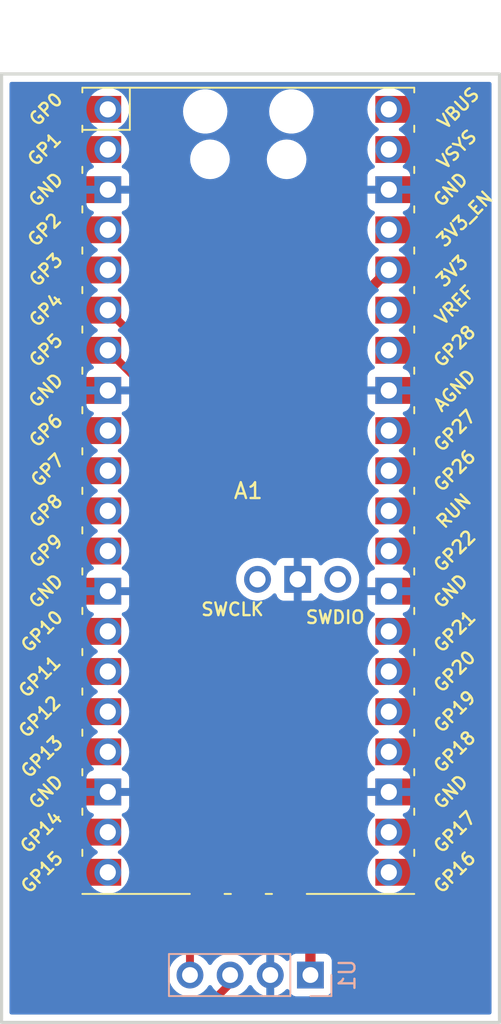
<source format=kicad_pcb>
(kicad_pcb (version 20240108) (generator "pcbnew") (generator_version "8.0")
  (layers (0 "F.Cu" signal) (31 "B.Cu" signal) (34 "B.Paste" user) (35 "F.Paste" user) (36 "B.SilkS" user "B.Silkscreen") (37 "F.SilkS" user "F.Silkscreen") (38 "B.Mask" user) (39 "F.Mask" user) (44 "Edge.Cuts" user))
  (net 0 "")
  (net 1 "GND")
  (net 9 "Net-(A1-3V3)")
  (net 12 "Net-(A1-GPIO4)")
  (net 34 "Net-(A1-GPIO5)")
  (footprint "RPi_Pico:RPi_PicoW_SMD_TH" (layer "F.Cu") (at 70.61 49.87)
    (property "Reference" "A1" (at 0 0 0) (layer "F.SilkS"))
    (property "Value" "SC0918")
    (fp_line (start -10.5 -25.5) (end -10.5 -25.2) (stroke (width 0.12)) (layer "F.SilkS"))
    (fp_line (start -10.5 -25.5) (end 10.5 -25.5) (stroke (width 0.12)) (layer "F.SilkS"))
    (fp_line (start -10.5 -23.1) (end -10.5 -22.7) (stroke (width 0.12)) (layer "F.SilkS"))
    (fp_line (start -10.5 -22.833) (end -7.493 -22.833) (stroke (width 0.12)) (layer "F.SilkS"))
    (fp_line (start -10.5 -20.5) (end -10.5 -20.1) (stroke (width 0.12)) (layer "F.SilkS"))
    (fp_line (start -10.5 -18) (end -10.5 -17.6) (stroke (width 0.12)) (layer "F.SilkS"))
    (fp_line (start -10.5 -15.4) (end -10.5 -15) (stroke (width 0.12)) (layer "F.SilkS"))
    (fp_line (start -10.5 -12.9) (end -10.5 -12.5) (stroke (width 0.12)) (layer "F.SilkS"))
    (fp_line (start -10.5 -10.4) (end -10.5 -10) (stroke (width 0.12)) (layer "F.SilkS"))
    (fp_line (start -10.5 -7.8) (end -10.5 -7.4) (stroke (width 0.12)) (layer "F.SilkS"))
    (fp_line (start -10.5 -5.3) (end -10.5 -4.9) (stroke (width 0.12)) (layer "F.SilkS"))
    (fp_line (start -10.5 -2.7) (end -10.5 -2.3) (stroke (width 0.12)) (layer "F.SilkS"))
    (fp_line (start -10.5 -0.2) (end -10.5 0.2) (stroke (width 0.12)) (layer "F.SilkS"))
    (fp_line (start -10.5 2.3) (end -10.5 2.7) (stroke (width 0.12)) (layer "F.SilkS"))
    (fp_line (start -10.5 4.9) (end -10.5 5.3) (stroke (width 0.12)) (layer "F.SilkS"))
    (fp_line (start -10.5 7.4) (end -10.5 7.8) (stroke (width 0.12)) (layer "F.SilkS"))
    (fp_line (start -10.5 10) (end -10.5 10.4) (stroke (width 0.12)) (layer "F.SilkS"))
    (fp_line (start -10.5 12.5) (end -10.5 12.9) (stroke (width 0.12)) (layer "F.SilkS"))
    (fp_line (start -10.5 15.1) (end -10.5 15.5) (stroke (width 0.12)) (layer "F.SilkS"))
    (fp_line (start -10.5 17.6) (end -10.5 18) (stroke (width 0.12)) (layer "F.SilkS"))
    (fp_line (start -10.5 20.1) (end -10.5 20.5) (stroke (width 0.12)) (layer "F.SilkS"))
    (fp_line (start -10.5 22.7) (end -10.5 23.1) (stroke (width 0.12)) (layer "F.SilkS"))
    (fp_line (start -7.493 -22.833) (end -7.493 -25.5) (stroke (width 0.12)) (layer "F.SilkS"))
    (fp_line (start -3.7 25.5) (end -10.5 25.5) (stroke (width 0.12)) (layer "F.SilkS"))
    (fp_line (start -1.5 25.5) (end -1.1 25.5) (stroke (width 0.12)) (layer "F.SilkS"))
    (fp_line (start 1.1 25.5) (end 1.5 25.5) (stroke (width 0.12)) (layer "F.SilkS"))
    (fp_line (start 10.5 -25.5) (end 10.5 -25.2) (stroke (width 0.12)) (layer "F.SilkS"))
    (fp_line (start 10.5 -23.1) (end 10.5 -22.7) (stroke (width 0.12)) (layer "F.SilkS"))
    (fp_line (start 10.5 -20.5) (end 10.5 -20.1) (stroke (width 0.12)) (layer "F.SilkS"))
    (fp_line (start 10.5 -18) (end 10.5 -17.6) (stroke (width 0.12)) (layer "F.SilkS"))
    (fp_line (start 10.5 -15.4) (end 10.5 -15) (stroke (width 0.12)) (layer "F.SilkS"))
    (fp_line (start 10.5 -12.9) (end 10.5 -12.5) (stroke (width 0.12)) (layer "F.SilkS"))
    (fp_line (start 10.5 -10.4) (end 10.5 -10) (stroke (width 0.12)) (layer "F.SilkS"))
    (fp_line (start 10.5 -7.8) (end 10.5 -7.4) (stroke (width 0.12)) (layer "F.SilkS"))
    (fp_line (start 10.5 -5.3) (end 10.5 -4.9) (stroke (width 0.12)) (layer "F.SilkS"))
    (fp_line (start 10.5 -2.7) (end 10.5 -2.3) (stroke (width 0.12)) (layer "F.SilkS"))
    (fp_line (start 10.5 -0.2) (end 10.5 0.2) (stroke (width 0.12)) (layer "F.SilkS"))
    (fp_line (start 10.5 2.3) (end 10.5 2.7) (stroke (width 0.12)) (layer "F.SilkS"))
    (fp_line (start 10.5 4.9) (end 10.5 5.3) (stroke (width 0.12)) (layer "F.SilkS"))
    (fp_line (start 10.5 7.4) (end 10.5 7.8) (stroke (width 0.12)) (layer "F.SilkS"))
    (fp_line (start 10.5 10) (end 10.5 10.4) (stroke (width 0.12)) (layer "F.SilkS"))
    (fp_line (start 10.5 12.5) (end 10.5 12.9) (stroke (width 0.12)) (layer "F.SilkS"))
    (fp_line (start 10.5 15.1) (end 10.5 15.5) (stroke (width 0.12)) (layer "F.SilkS"))
    (fp_line (start 10.5 17.6) (end 10.5 18) (stroke (width 0.12)) (layer "F.SilkS"))
    (fp_line (start 10.5 20.1) (end 10.5 20.5) (stroke (width 0.12)) (layer "F.SilkS"))
    (fp_line (start 10.5 22.7) (end 10.5 23.1) (stroke (width 0.12)) (layer "F.SilkS"))
    (fp_line (start 10.5 25.5) (end 3.7 25.5) (stroke (width 0.12)) (layer "F.SilkS"))
    (fp_text user "AGND" (at 13.054 -6.35 45) (layer "F.SilkS") (effects (font (size 0.8 0.8))))
    (fp_text user "GP0" (at -12.8 -24.13 45) (layer "F.SilkS") (effects (font (size 0.8 0.8))))
    (fp_text user "GP10" (at -13.054 8.89 45) (layer "F.SilkS") (effects (font (size 0.8 0.8))))
    (fp_text user "GP14" (at -13.1 21.59 45) (layer "F.SilkS") (effects (font (size 0.8 0.8))))
    (fp_text user "GP22" (at 13.054 3.81 45) (layer "F.SilkS") (effects (font (size 0.8 0.8))))
    (fp_text user "VBUS" (at 13.3 -24.2 45) (layer "F.SilkS") (effects (font (size 0.8 0.8))))
    (fp_text user "GND" (at -12.8 -6.35 45) (layer "F.SilkS") (effects (font (size 0.8 0.8))))
    (fp_text user "GP27" (at 13.054 -3.8 45) (layer "F.SilkS") (effects (font (size 0.8 0.8))))
    (fp_text user "GND" (at 12.8 -19.05 45) (layer "F.SilkS") (effects (font (size 0.8 0.8))))
    (fp_text user "GP5" (at -12.8 -8.89 45) (layer "F.SilkS") (effects (font (size 0.8 0.8))))
    (fp_text user "GND" (at -12.8 -19.05 45) (layer "F.SilkS") (effects (font (size 0.8 0.8))))
    (fp_text user "SWDIO" (at 5.5 8 0) (layer "F.SilkS") (effects (font (size 0.8 0.8))))
    (fp_text user "3V3_EN" (at 13.7 -17.2 45) (layer "F.SilkS") (effects (font (size 0.8 0.8))))
    (fp_text user "GP18" (at 13.054 16.51 45) (layer "F.SilkS") (effects (font (size 0.8 0.8))))
    (fp_text user "GP12" (at -13.2 14.2925 45) (layer "F.SilkS") (effects (font (size 0.8 0.8))))
    (fp_text user "GND" (at -12.8 19.05 45) (layer "F.SilkS") (effects (font (size 0.8 0.8))))
    (fp_text user "GP7" (at -12.7 -1.3 45) (layer "F.SilkS") (effects (font (size 0.8 0.8))))
    (fp_text user "GP13" (at -13.054 16.8325 45) (layer "F.SilkS") (effects (font (size 0.8 0.8))))
    (fp_text user "GP2" (at -12.9 -16.51 45) (layer "F.SilkS") (effects (font (size 0.8 0.8))))
    (fp_text user "VREF" (at 13.0675 -11.7425 45) (layer "F.SilkS") (effects (font (size 0.8 0.8))))
    (fp_text user "GP15" (at -13.054 24.13 45) (layer "F.SilkS") (effects (font (size 0.8 0.8))))
    (fp_text user "GP19" (at 13.054 13.97 45) (layer "F.SilkS") (effects (font (size 0.8 0.8))))
    (fp_text user "GP3" (at -12.8 -13.97 45) (layer "F.SilkS") (effects (font (size 0.8 0.8))))
    (fp_text user "SWCLK" (at -1 7.5 0) (layer "F.SilkS") (effects (font (size 0.8 0.8))))
    (fp_text user "GP9" (at -12.8 3.81 45) (layer "F.SilkS") (effects (font (size 0.8 0.8))))
    (fp_text user "GND" (at 12.8 6.35 45) (layer "F.SilkS") (effects (font (size 0.8 0.8))))
    (fp_text user "VSYS" (at 13.2 -21.59 45) (layer "F.SilkS") (effects (font (size 0.8 0.8))))
    (fp_text user "GP20" (at 13.054 11.43 45) (layer "F.SilkS") (effects (font (size 0.8 0.8))))
    (fp_text user "GND" (at -12.8 6.35 45) (layer "F.SilkS") (effects (font (size 0.8 0.8))))
    (fp_text user "GP17" (at 13.054 21.59 45) (layer "F.SilkS") (effects (font (size 0.8 0.8))))
    (fp_text user "GP1" (at -12.9 -21.6 45) (layer "F.SilkS") (effects (font (size 0.8 0.8))))
    (fp_text user "GP11" (at -13.2 11.7525 45) (layer "F.SilkS") (effects (font (size 0.8 0.8))))
    (fp_text user "GND" (at 12.8 19.05 45) (layer "F.SilkS") (effects (font (size 0.8 0.8))))
    (fp_text user "GP28" (at 13.054 -9.144 45) (layer "F.SilkS") (effects (font (size 0.8 0.8))))
    (fp_text user "GP4" (at -12.8 -11.43 45) (layer "F.SilkS") (effects (font (size 0.8 0.8))))
    (fp_text user "GP8" (at -12.8 1.27 45) (layer "F.SilkS") (effects (font (size 0.8 0.8))))
    (fp_text user "GP26" (at 13.054 -1.27 45) (layer "F.SilkS") (effects (font (size 0.8 0.8))))
    (fp_text user "GP21" (at 13.054 8.9 45) (layer "F.SilkS") (effects (font (size 0.8 0.8))))
    (fp_text user "GP16" (at 13.054 24.13 45) (layer "F.SilkS") (effects (font (size 0.8 0.8))))
    (fp_text user "3V3" (at 12.9 -13.9 45) (layer "F.SilkS") (effects (font (size 0.8 0.8))))
    (fp_text user "RUN" (at 13 1.27 45) (layer "F.SilkS") (effects (font (size 0.8 0.8))))
    (fp_text user "GP6" (at -12.8 -3.81 45) (layer "F.SilkS") (effects (font (size 0.8 0.8))))
    (pad "" np_thru_hole oval (at -2.725 -24) (size 1.8 1.8) (drill 1.8) (layers "*.Cu" "*.Mask"))
    (pad "" np_thru_hole oval (at -2.425 -20.97) (size 1.5 1.5) (drill 1.5) (layers "*.Cu" "*.Mask"))
    (pad "" np_thru_hole oval (at 2.425 -20.97) (size 1.5 1.5) (drill 1.5) (layers "*.Cu" "*.Mask"))
    (pad "" np_thru_hole oval (at 2.725 -24) (size 1.8 1.8) (drill 1.8) (layers "*.Cu" "*.Mask"))
    (pad "1" thru_hole oval (at -8.89 -24.13) (size 1.7 1.7) (drill 1.02) (layers "*.Cu" "*.Mask"))
    (pad "1" smd rect (at -8.89 -24.13) (size 3.5 1.7) (drill (offset -0.9 0)) (layers "F.Cu" "F.Mask"))
    (pad "2" thru_hole oval (at -8.89 -21.59) (size 1.7 1.7) (drill 1.02) (layers "*.Cu" "*.Mask"))
    (pad "2" smd rect (at -8.89 -21.59) (size 3.5 1.7) (drill (offset -0.9 0)) (layers "F.Cu" "F.Mask"))
    (pad "3" thru_hole rect (at -8.89 -19.05) (size 1.7 1.7) (drill 1.02) (layers "*.Cu" "*.Mask") (net 1 "GND"))
    (pad "3" smd rect (at -8.89 -19.05) (size 3.5 1.7) (drill (offset -0.9 0)) (layers "F.Cu" "F.Mask") (net 1 "GND"))
    (pad "4" thru_hole oval (at -8.89 -16.51) (size 1.7 1.7) (drill 1.02) (layers "*.Cu" "*.Mask"))
    (pad "4" smd rect (at -8.89 -16.51) (size 3.5 1.7) (drill (offset -0.9 0)) (layers "F.Cu" "F.Mask"))
    (pad "5" thru_hole oval (at -8.89 -13.97) (size 1.7 1.7) (drill 1.02) (layers "*.Cu" "*.Mask"))
    (pad "5" smd rect (at -8.89 -13.97) (size 3.5 1.7) (drill (offset -0.9 0)) (layers "F.Cu" "F.Mask"))
    (pad "6" thru_hole oval (at -8.89 -11.43) (size 1.7 1.7) (drill 1.02) (layers "*.Cu" "*.Mask") (net 12 "Net-(A1-GPIO4)"))
    (pad "6" smd rect (at -8.89 -11.43) (size 3.5 1.7) (drill (offset -0.9 0)) (layers "F.Cu" "F.Mask") (net 12 "Net-(A1-GPIO4)"))
    (pad "7" thru_hole oval (at -8.89 -8.89) (size 1.7 1.7) (drill 1.02) (layers "*.Cu" "*.Mask") (net 34 "Net-(A1-GPIO5)"))
    (pad "7" smd rect (at -8.89 -8.89) (size 3.5 1.7) (drill (offset -0.9 0)) (layers "F.Cu" "F.Mask") (net 34 "Net-(A1-GPIO5)"))
    (pad "8" thru_hole rect (at -8.89 -6.35) (size 1.7 1.7) (drill 1.02) (layers "*.Cu" "*.Mask") (net 1 "GND"))
    (pad "8" smd rect (at -8.89 -6.35) (size 3.5 1.7) (drill (offset -0.9 0)) (layers "F.Cu" "F.Mask") (net 1 "GND"))
    (pad "9" thru_hole oval (at -8.89 -3.81) (size 1.7 1.7) (drill 1.02) (layers "*.Cu" "*.Mask"))
    (pad "9" smd rect (at -8.89 -3.81) (size 3.5 1.7) (drill (offset -0.9 0)) (layers "F.Cu" "F.Mask"))
    (pad "10" thru_hole oval (at -8.89 -1.27) (size 1.7 1.7) (drill 1.02) (layers "*.Cu" "*.Mask"))
    (pad "10" smd rect (at -8.89 -1.27) (size 3.5 1.7) (drill (offset -0.9 0)) (layers "F.Cu" "F.Mask"))
    (pad "11" thru_hole oval (at -8.89 1.27) (size 1.7 1.7) (drill 1.02) (layers "*.Cu" "*.Mask"))
    (pad "11" smd rect (at -8.89 1.27) (size 3.5 1.7) (drill (offset -0.9 0)) (layers "F.Cu" "F.Mask"))
    (pad "12" thru_hole oval (at -8.89 3.81) (size 1.7 1.7) (drill 1.02) (layers "*.Cu" "*.Mask"))
    (pad "12" smd rect (at -8.89 3.81) (size 3.5 1.7) (drill (offset -0.9 0)) (layers "F.Cu" "F.Mask"))
    (pad "13" thru_hole rect (at -8.89 6.35) (size 1.7 1.7) (drill 1.02) (layers "*.Cu" "*.Mask") (net 1 "GND"))
    (pad "13" smd rect (at -8.89 6.35) (size 3.5 1.7) (drill (offset -0.9 0)) (layers "F.Cu" "F.Mask") (net 1 "GND"))
    (pad "14" thru_hole oval (at -8.89 8.89) (size 1.7 1.7) (drill 1.02) (layers "*.Cu" "*.Mask"))
    (pad "14" smd rect (at -8.89 8.89) (size 3.5 1.7) (drill (offset -0.9 0)) (layers "F.Cu" "F.Mask"))
    (pad "15" thru_hole oval (at -8.89 11.43) (size 1.7 1.7) (drill 1.02) (layers "*.Cu" "*.Mask"))
    (pad "15" smd rect (at -8.89 11.43) (size 3.5 1.7) (drill (offset -0.9 0)) (layers "F.Cu" "F.Mask"))
    (pad "16" thru_hole oval (at -8.89 13.97) (size 1.7 1.7) (drill 1.02) (layers "*.Cu" "*.Mask"))
    (pad "16" smd rect (at -8.89 13.97) (size 3.5 1.7) (drill (offset -0.9 0)) (layers "F.Cu" "F.Mask"))
    (pad "17" thru_hole oval (at -8.89 16.51) (size 1.7 1.7) (drill 1.02) (layers "*.Cu" "*.Mask"))
    (pad "17" smd rect (at -8.89 16.51) (size 3.5 1.7) (drill (offset -0.9 0)) (layers "F.Cu" "F.Mask"))
    (pad "18" thru_hole rect (at -8.89 19.05) (size 1.7 1.7) (drill 1.02) (layers "*.Cu" "*.Mask") (net 1 "GND"))
    (pad "18" smd rect (at -8.89 19.05) (size 3.5 1.7) (drill (offset -0.9 0)) (layers "F.Cu" "F.Mask") (net 1 "GND"))
    (pad "19" thru_hole oval (at -8.89 21.59) (size 1.7 1.7) (drill 1.02) (layers "*.Cu" "*.Mask"))
    (pad "19" smd rect (at -8.89 21.59) (size 3.5 1.7) (drill (offset -0.9 0)) (layers "F.Cu" "F.Mask"))
    (pad "20" thru_hole oval (at -8.89 24.13) (size 1.7 1.7) (drill 1.02) (layers "*.Cu" "*.Mask"))
    (pad "20" smd rect (at -8.89 24.13) (size 3.5 1.7) (drill (offset -0.9 0)) (layers "F.Cu" "F.Mask"))
    (pad "21" thru_hole oval (at 8.89 24.13) (size 1.7 1.7) (drill 1.02) (layers "*.Cu" "*.Mask"))
    (pad "21" smd rect (at 8.89 24.13) (size 3.5 1.7) (drill (offset 0.9 0)) (layers "F.Cu" "F.Mask"))
    (pad "22" thru_hole oval (at 8.89 21.59) (size 1.7 1.7) (drill 1.02) (layers "*.Cu" "*.Mask"))
    (pad "22" smd rect (at 8.89 21.59) (size 3.5 1.7) (drill (offset 0.9 0)) (layers "F.Cu" "F.Mask"))
    (pad "23" thru_hole rect (at 8.89 19.05) (size 1.7 1.7) (drill 1.02) (layers "*.Cu" "*.Mask") (net 1 "GND"))
    (pad "23" smd rect (at 8.89 19.05) (size 3.5 1.7) (drill (offset 0.9 0)) (layers "F.Cu" "F.Mask") (net 1 "GND"))
    (pad "24" thru_hole oval (at 8.89 16.51) (size 1.7 1.7) (drill 1.02) (layers "*.Cu" "*.Mask"))
    (pad "24" smd rect (at 8.89 16.51) (size 3.5 1.7) (drill (offset 0.9 0)) (layers "F.Cu" "F.Mask"))
    (pad "25" thru_hole oval (at 8.89 13.97) (size 1.7 1.7) (drill 1.02) (layers "*.Cu" "*.Mask"))
    (pad "25" smd rect (at 8.89 13.97) (size 3.5 1.7) (drill (offset 0.9 0)) (layers "F.Cu" "F.Mask"))
    (pad "26" thru_hole oval (at 8.89 11.43) (size 1.7 1.7) (drill 1.02) (layers "*.Cu" "*.Mask"))
    (pad "26" smd rect (at 8.89 11.43) (size 3.5 1.7) (drill (offset 0.9 0)) (layers "F.Cu" "F.Mask"))
    (pad "27" thru_hole oval (at 8.89 8.89) (size 1.7 1.7) (drill 1.02) (layers "*.Cu" "*.Mask"))
    (pad "27" smd rect (at 8.89 8.89) (size 3.5 1.7) (drill (offset 0.9 0)) (layers "F.Cu" "F.Mask"))
    (pad "28" thru_hole rect (at 8.89 6.35) (size 1.7 1.7) (drill 1.02) (layers "*.Cu" "*.Mask") (net 1 "GND"))
    (pad "28" smd rect (at 8.89 6.35) (size 3.5 1.7) (drill (offset 0.9 0)) (layers "F.Cu" "F.Mask") (net 1 "GND"))
    (pad "29" thru_hole oval (at 8.89 3.81) (size 1.7 1.7) (drill 1.02) (layers "*.Cu" "*.Mask"))
    (pad "29" smd rect (at 8.89 3.81) (size 3.5 1.7) (drill (offset 0.9 0)) (layers "F.Cu" "F.Mask"))
    (pad "30" thru_hole oval (at 8.89 1.27) (size 1.7 1.7) (drill 1.02) (layers "*.Cu" "*.Mask"))
    (pad "30" smd rect (at 8.89 1.27) (size 3.5 1.7) (drill (offset 0.9 0)) (layers "F.Cu" "F.Mask"))
    (pad "31" thru_hole oval (at 8.89 -1.27) (size 1.7 1.7) (drill 1.02) (layers "*.Cu" "*.Mask"))
    (pad "31" smd rect (at 8.89 -1.27) (size 3.5 1.7) (drill (offset 0.9 0)) (layers "F.Cu" "F.Mask"))
    (pad "32" thru_hole oval (at 8.89 -3.81) (size 1.7 1.7) (drill 1.02) (layers "*.Cu" "*.Mask"))
    (pad "32" smd rect (at 8.89 -3.81) (size 3.5 1.7) (drill (offset 0.9 0)) (layers "F.Cu" "F.Mask"))
    (pad "33" thru_hole rect (at 8.89 -6.35) (size 1.7 1.7) (drill 1.02) (layers "*.Cu" "*.Mask") (net 1 "GND"))
    (pad "33" smd rect (at 8.89 -6.35) (size 3.5 1.7) (drill (offset 0.9 0)) (layers "F.Cu" "F.Mask") (net 1 "GND"))
    (pad "34" thru_hole oval (at 8.89 -8.89) (size 1.7 1.7) (drill 1.02) (layers "*.Cu" "*.Mask"))
    (pad "34" smd rect (at 8.89 -8.89) (size 3.5 1.7) (drill (offset 0.9 0)) (layers "F.Cu" "F.Mask"))
    (pad "35" thru_hole oval (at 8.89 -11.43) (size 1.7 1.7) (drill 1.02) (layers "*.Cu" "*.Mask"))
    (pad "35" smd rect (at 8.89 -11.43) (size 3.5 1.7) (drill (offset 0.9 0)) (layers "F.Cu" "F.Mask"))
    (pad "36" thru_hole oval (at 8.89 -13.97) (size 1.7 1.7) (drill 1.02) (layers "*.Cu" "*.Mask") (net 9 "Net-(A1-3V3)"))
    (pad "36" smd rect (at 8.89 -13.97) (size 3.5 1.7) (drill (offset 0.9 0)) (layers "F.Cu" "F.Mask") (net 9 "Net-(A1-3V3)"))
    (pad "37" thru_hole oval (at 8.89 -16.51) (size 1.7 1.7) (drill 1.02) (layers "*.Cu" "*.Mask"))
    (pad "37" smd rect (at 8.89 -16.51) (size 3.5 1.7) (drill (offset 0.9 0)) (layers "F.Cu" "F.Mask"))
    (pad "38" thru_hole rect (at 8.89 -19.05) (size 1.7 1.7) (drill 1.02) (layers "*.Cu" "*.Mask") (net 1 "GND"))
    (pad "38" smd rect (at 8.89 -19.05) (size 3.5 1.7) (drill (offset 0.9 0)) (layers "F.Cu" "F.Mask") (net 1 "GND"))
    (pad "39" thru_hole oval (at 8.89 -21.59) (size 1.7 1.7) (drill 1.02) (layers "*.Cu" "*.Mask"))
    (pad "39" smd rect (at 8.89 -21.59) (size 3.5 1.7) (drill (offset 0.9 0)) (layers "F.Cu" "F.Mask"))
    (pad "40" thru_hole oval (at 8.89 -24.13) (size 1.7 1.7) (drill 1.02) (layers "*.Cu" "*.Mask"))
    (pad "40" smd rect (at 8.89 -24.13) (size 3.5 1.7) (drill (offset 0.9 0)) (layers "F.Cu" "F.Mask"))
    (pad "41" thru_hole oval (at 0.5841 5.6) (size 1.7 1.7) (drill 1.02) (layers "*.Cu" "*.Mask"))
    (pad "42" thru_hole rect (at 3.1241 5.6) (size 1.7 1.7) (drill 1.02) (layers "*.Cu" "*.Mask") (net 1 "GND"))
    (pad "43" thru_hole oval (at 5.6641 5.6) (size 1.7 1.7) (drill 1.02) (layers "*.Cu" "*.Mask"))
  )
  (footprint "Connector_PinHeader_2.54mm:PinHeader_1x04_P2.54mm_Vertical" (layer "B.Cu") (at 74.54 80.5 90)
    (property "Reference" "U1" (at 0 2.33 270) (layer "B.SilkS") (effects (justify mirror)))
    (property "Value" "~")
    (fp_line (start 1.33 -8.95) (end -1.33 -8.95) (stroke (width 0.12)) (layer "B.SilkS"))
    (fp_line (start 1.33 -8.95) (end 1.33 -1.27) (stroke (width 0.12)) (layer "B.SilkS"))
    (fp_line (start -1.33 -8.95) (end -1.33 -1.27) (stroke (width 0.12)) (layer "B.SilkS"))
    (fp_line (start 1.33 -1.27) (end -1.33 -1.27) (stroke (width 0.12)) (layer "B.SilkS"))
    (fp_line (start 0 1.33) (end -1.33 1.33) (stroke (width 0.12)) (layer "B.SilkS"))
    (fp_line (start -1.33 1.33) (end -1.33 0) (stroke (width 0.12)) (layer "B.SilkS"))
    (pad "1" thru_hole rect (at 0 0 90) (size 1.7 1.7) (drill 1) (layers "*.Cu" "*.Mask") (net 9 "Net-(A1-3V3)"))
    (pad "2" thru_hole oval (at 0 -2.54 90) (size 1.7 1.7) (drill 1) (layers "*.Cu" "*.Mask") (net 1 "GND"))
    (pad "3" thru_hole oval (at 0 -5.08 90) (size 1.7 1.7) (drill 1) (layers "*.Cu" "*.Mask") (net 34 "Net-(A1-GPIO5)"))
    (pad "4" thru_hole oval (at 0 -7.62 90) (size 1.7 1.7) (drill 1) (layers "*.Cu" "*.Mask") (net 12 "Net-(A1-GPIO4)"))
  )
  (gr_rect (start 55 23.5) (end 86.5 83.5) (stroke (width 0.2)) (fill none) (layer "Edge.Cuts"))
  (segment (start 69 57.5) (end 69 46.4) (width 0.65) (layer "F.Cu") (net 9))
  (segment (start 69 46.4) (end 79.5 35.9) (width 0.65) (layer "F.Cu") (net 9))
  (segment (start 74.54 63.04) (end 69 57.5) (width 0.65) (layer "F.Cu") (net 9))
  (segment (start 74.54 80.5) (end 74.54 63.04) (width 0.65) (layer "F.Cu") (net 9))
  (segment (start 66.92 80.5) (end 66.92 43.64) (width 0.5) (layer "F.Cu") (net 12))
  (segment (start 66.92 43.64) (end 61.72 38.44) (width 0.5) (layer "F.Cu") (net 12))
  (segment (start 69.46 80.5) (end 69.46 81.04) (width 0.5) (layer "F.Cu") (net 34))
  (segment (start 65 44.26) (end 61.72 40.98) (width 0.5) (layer "F.Cu") (net 34))
  (segment (start 68 82.5) (end 66 82.5) (width 0.5) (layer "F.Cu") (net 34))
  (segment (start 69.46 81.04) (end 68 82.5) (width 0.5) (layer "F.Cu") (net 34))
  (segment (start 65 81.5) (end 65 44.26) (width 0.5) (layer "F.Cu") (net 34))
  (segment (start 66 82.5) (end 65 81.5) (width 0.5) (layer "F.Cu") (net 34))
  (zone (net 1) (net_name "GND") (layer "B.Cu") (connect_pads (clearance 0.5)) (min_thickness 0.25) (fill yes (thermal_gap 0.5) (thermal_bridge_width 0.5))
    (polygon (pts (xy 55 23.5) (xy 86.5 23.5) (xy 86.5 83.5) (xy 55 83.5)))
  )
)
</source>
